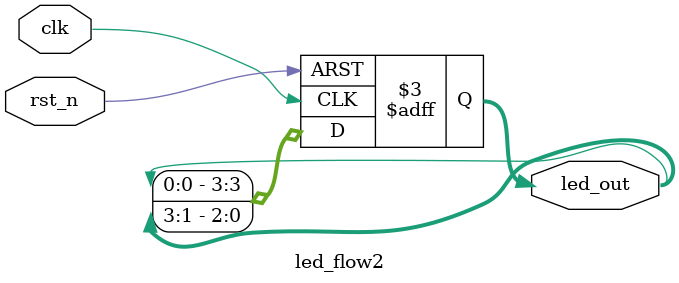
<source format=v>
module led_flow2 (clk,rst_n,led_out);
	input clk;   // Clock
	input rst_n;  // Asynchronous reset active low
	output reg [3:0] led_out;

	always @(posedge clk or negedge rst_n) begin : proc_
		if(~rst_n) begin
			 led_out <= 4'b0111;
		end else begin
			// led_out = 0111;
			led_out <= {led_out[0], led_out[3:1]};

		end
	end

endmodule
</source>
